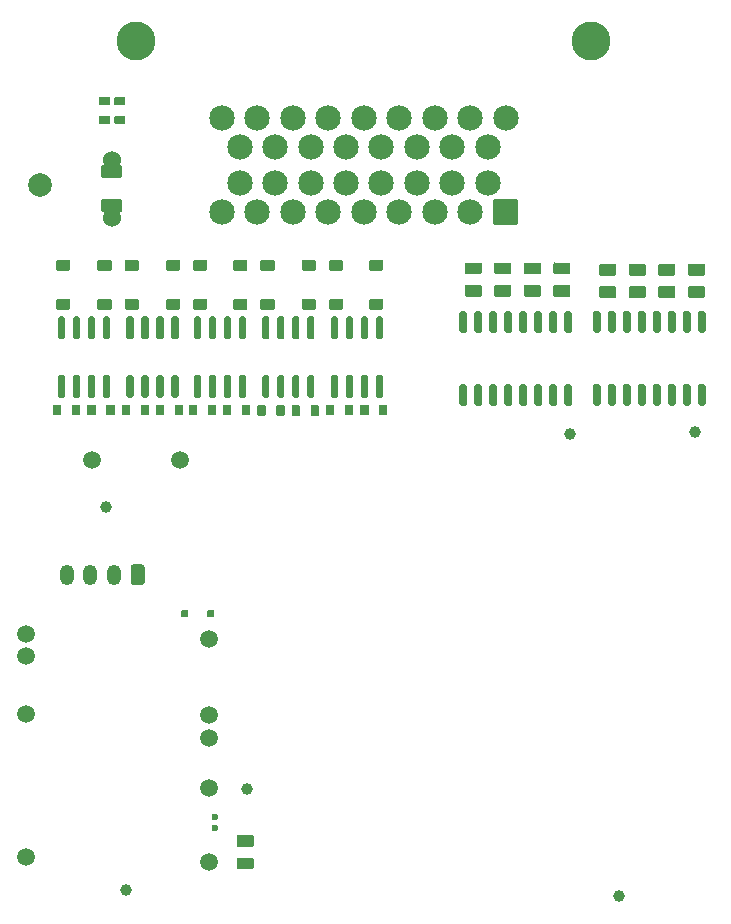
<source format=gts>
G04 #@! TF.GenerationSoftware,KiCad,Pcbnew,8.0.4-8.0.4-0~ubuntu22.04.1*
G04 #@! TF.CreationDate,2024-07-19T04:30:51+00:00*
G04 #@! TF.ProjectId,PRODashController,50524f44-6173-4684-936f-6e74726f6c6c,rev?*
G04 #@! TF.SameCoordinates,Original*
G04 #@! TF.FileFunction,Soldermask,Top*
G04 #@! TF.FilePolarity,Negative*
%FSLAX46Y46*%
G04 Gerber Fmt 4.6, Leading zero omitted, Abs format (unit mm)*
G04 Created by KiCad (PCBNEW 8.0.4-8.0.4-0~ubuntu22.04.1) date 2024-07-19 04:30:51*
%MOMM*%
%LPD*%
G01*
G04 APERTURE LIST*
%ADD10O,1.200000X1.750000*%
%ADD11C,1.000000*%
%ADD12C,3.300000*%
%ADD13C,2.154000*%
%ADD14C,2.000000*%
%ADD15C,1.500000*%
%ADD16C,0.600000*%
%ADD17C,1.524000*%
G04 APERTURE END LIST*
G04 #@! TO.C,D7*
G36*
G01*
X28690000Y60450000D02*
X29710000Y60450000D01*
G75*
G02*
X29800000Y60360000I0J-90000D01*
G01*
X29800000Y59640000D01*
G75*
G02*
X29710000Y59550000I-90000J0D01*
G01*
X28690000Y59550000D01*
G75*
G02*
X28600000Y59640000I0J90000D01*
G01*
X28600000Y60360000D01*
G75*
G02*
X28690000Y60450000I90000J0D01*
G01*
G37*
G36*
G01*
X28690000Y57150000D02*
X29710000Y57150000D01*
G75*
G02*
X29800000Y57060000I0J-90000D01*
G01*
X29800000Y56340000D01*
G75*
G02*
X29710000Y56250000I-90000J0D01*
G01*
X28690000Y56250000D01*
G75*
G02*
X28600000Y56340000I0J90000D01*
G01*
X28600000Y57060000D01*
G75*
G02*
X28690000Y57150000I90000J0D01*
G01*
G37*
G04 #@! TD*
G04 #@! TO.C,U4*
G36*
G01*
X29210000Y48775000D02*
X28910000Y48775000D01*
G75*
G02*
X28760000Y48925000I0J150000D01*
G01*
X28760000Y50575000D01*
G75*
G02*
X28910000Y50725000I150000J0D01*
G01*
X29210000Y50725000D01*
G75*
G02*
X29360000Y50575000I0J-150000D01*
G01*
X29360000Y48925000D01*
G75*
G02*
X29210000Y48775000I-150000J0D01*
G01*
G37*
G36*
G01*
X30480000Y48775000D02*
X30180000Y48775000D01*
G75*
G02*
X30030000Y48925000I0J150000D01*
G01*
X30030000Y50575000D01*
G75*
G02*
X30180000Y50725000I150000J0D01*
G01*
X30480000Y50725000D01*
G75*
G02*
X30630000Y50575000I0J-150000D01*
G01*
X30630000Y48925000D01*
G75*
G02*
X30480000Y48775000I-150000J0D01*
G01*
G37*
G36*
G01*
X31750000Y48775000D02*
X31450000Y48775000D01*
G75*
G02*
X31300000Y48925000I0J150000D01*
G01*
X31300000Y50575000D01*
G75*
G02*
X31450000Y50725000I150000J0D01*
G01*
X31750000Y50725000D01*
G75*
G02*
X31900000Y50575000I0J-150000D01*
G01*
X31900000Y48925000D01*
G75*
G02*
X31750000Y48775000I-150000J0D01*
G01*
G37*
G36*
G01*
X33020000Y48775000D02*
X32720000Y48775000D01*
G75*
G02*
X32570000Y48925000I0J150000D01*
G01*
X32570000Y50575000D01*
G75*
G02*
X32720000Y50725000I150000J0D01*
G01*
X33020000Y50725000D01*
G75*
G02*
X33170000Y50575000I0J-150000D01*
G01*
X33170000Y48925000D01*
G75*
G02*
X33020000Y48775000I-150000J0D01*
G01*
G37*
G36*
G01*
X33020000Y53725000D02*
X32720000Y53725000D01*
G75*
G02*
X32570000Y53875000I0J150000D01*
G01*
X32570000Y55525000D01*
G75*
G02*
X32720000Y55675000I150000J0D01*
G01*
X33020000Y55675000D01*
G75*
G02*
X33170000Y55525000I0J-150000D01*
G01*
X33170000Y53875000D01*
G75*
G02*
X33020000Y53725000I-150000J0D01*
G01*
G37*
G36*
G01*
X31750000Y53725000D02*
X31450000Y53725000D01*
G75*
G02*
X31300000Y53875000I0J150000D01*
G01*
X31300000Y55525000D01*
G75*
G02*
X31450000Y55675000I150000J0D01*
G01*
X31750000Y55675000D01*
G75*
G02*
X31900000Y55525000I0J-150000D01*
G01*
X31900000Y53875000D01*
G75*
G02*
X31750000Y53725000I-150000J0D01*
G01*
G37*
G36*
G01*
X30480000Y53725000D02*
X30180000Y53725000D01*
G75*
G02*
X30030000Y53875000I0J150000D01*
G01*
X30030000Y55525000D01*
G75*
G02*
X30180000Y55675000I150000J0D01*
G01*
X30480000Y55675000D01*
G75*
G02*
X30630000Y55525000I0J-150000D01*
G01*
X30630000Y53875000D01*
G75*
G02*
X30480000Y53725000I-150000J0D01*
G01*
G37*
G36*
G01*
X29210000Y53725000D02*
X28910000Y53725000D01*
G75*
G02*
X28760000Y53875000I0J150000D01*
G01*
X28760000Y55525000D01*
G75*
G02*
X28910000Y55675000I150000J0D01*
G01*
X29210000Y55675000D01*
G75*
G02*
X29360000Y55525000I0J-150000D01*
G01*
X29360000Y53875000D01*
G75*
G02*
X29210000Y53725000I-150000J0D01*
G01*
G37*
G04 #@! TD*
G04 #@! TO.C,J2*
G36*
G01*
X13000000Y34425000D02*
X13000000Y33175000D01*
G75*
G02*
X12750000Y32925000I-250000J0D01*
G01*
X12050000Y32925000D01*
G75*
G02*
X11800000Y33175000I0J250000D01*
G01*
X11800000Y34425000D01*
G75*
G02*
X12050000Y34675000I250000J0D01*
G01*
X12750000Y34675000D01*
G75*
G02*
X13000000Y34425000I0J-250000D01*
G01*
G37*
D10*
X10400000Y33800000D03*
X8400000Y33800000D03*
X6400000Y33800000D03*
G04 #@! TD*
D11*
G04 #@! TO.C,TP4*
X11400000Y7100000D03*
G04 #@! TD*
G04 #@! TO.C,R21*
G36*
G01*
X52835000Y57230020D02*
X51585000Y57230020D01*
G75*
G02*
X51485000Y57330020I0J100000D01*
G01*
X51485000Y58130020D01*
G75*
G02*
X51585000Y58230020I100000J0D01*
G01*
X52835000Y58230020D01*
G75*
G02*
X52935000Y58130020I0J-100000D01*
G01*
X52935000Y57330020D01*
G75*
G02*
X52835000Y57230020I-100000J0D01*
G01*
G37*
G36*
G01*
X52835000Y59130042D02*
X51585000Y59130042D01*
G75*
G02*
X51485000Y59230042I0J100000D01*
G01*
X51485000Y60030042D01*
G75*
G02*
X51585000Y60130042I100000J0D01*
G01*
X52835000Y60130042D01*
G75*
G02*
X52935000Y60030042I0J-100000D01*
G01*
X52935000Y59230042D01*
G75*
G02*
X52835000Y59130042I-100000J0D01*
G01*
G37*
G04 #@! TD*
G04 #@! TO.C,D10*
G36*
G01*
X9090000Y60450000D02*
X10110000Y60450000D01*
G75*
G02*
X10200000Y60360000I0J-90000D01*
G01*
X10200000Y59640000D01*
G75*
G02*
X10110000Y59550000I-90000J0D01*
G01*
X9090000Y59550000D01*
G75*
G02*
X9000000Y59640000I0J90000D01*
G01*
X9000000Y60360000D01*
G75*
G02*
X9090000Y60450000I90000J0D01*
G01*
G37*
G36*
G01*
X9090000Y57150000D02*
X10110000Y57150000D01*
G75*
G02*
X10200000Y57060000I0J-90000D01*
G01*
X10200000Y56340000D01*
G75*
G02*
X10110000Y56250000I-90000J0D01*
G01*
X9090000Y56250000D01*
G75*
G02*
X9000000Y56340000I0J90000D01*
G01*
X9000000Y57060000D01*
G75*
G02*
X9090000Y57150000I90000J0D01*
G01*
G37*
G04 #@! TD*
D12*
G04 #@! TO.C,J1*
X50800000Y79000000D03*
X12300000Y79000000D03*
G36*
G01*
X44627000Y65475000D02*
X44627000Y63525000D01*
G75*
G02*
X44525000Y63423000I-102000J0D01*
G01*
X42575000Y63423000D01*
G75*
G02*
X42473000Y63525000I0J102000D01*
G01*
X42473000Y65475000D01*
G75*
G02*
X42575000Y65577000I102000J0D01*
G01*
X44525000Y65577000D01*
G75*
G02*
X44627000Y65475000I0J-102000D01*
G01*
G37*
D13*
X40550000Y64500000D03*
X37550000Y64500000D03*
X34550000Y64500000D03*
X31550000Y64500000D03*
X28550000Y64500000D03*
X25550000Y64500000D03*
X22550000Y64500000D03*
X19550000Y64500000D03*
X42050000Y67000000D03*
X39050000Y67000000D03*
X36050000Y67000000D03*
X33050000Y67000000D03*
X30050000Y67000000D03*
X27050000Y67000000D03*
X24050000Y67000000D03*
X21050000Y67000000D03*
X42050000Y70000000D03*
X39050000Y70000000D03*
X36050000Y70000000D03*
X33050000Y70000000D03*
X30050000Y70000000D03*
X27050000Y70000000D03*
X24050000Y70000000D03*
X21050000Y70000000D03*
X43550000Y72500000D03*
X40550000Y72500000D03*
X37550000Y72500000D03*
X34550000Y72500000D03*
X31550000Y72500000D03*
X28550000Y72500000D03*
X25550000Y72500000D03*
X22550000Y72500000D03*
X19550000Y72500000D03*
G04 #@! TD*
G04 #@! TO.C,R1*
G36*
G01*
X11050000Y47360000D02*
X11050000Y48140000D01*
G75*
G02*
X11120000Y48210000I70000J0D01*
G01*
X11680000Y48210000D01*
G75*
G02*
X11750000Y48140000I0J-70000D01*
G01*
X11750000Y47360000D01*
G75*
G02*
X11680000Y47290000I-70000J0D01*
G01*
X11120000Y47290000D01*
G75*
G02*
X11050000Y47360000I0J70000D01*
G01*
G37*
G36*
G01*
X12650000Y47360000D02*
X12650000Y48140000D01*
G75*
G02*
X12720000Y48210000I70000J0D01*
G01*
X13280000Y48210000D01*
G75*
G02*
X13350000Y48140000I0J-70000D01*
G01*
X13350000Y47360000D01*
G75*
G02*
X13280000Y47290000I-70000J0D01*
G01*
X12720000Y47290000D01*
G75*
G02*
X12650000Y47360000I0J70000D01*
G01*
G37*
G04 #@! TD*
G04 #@! TO.C,R16*
G36*
G01*
X43942928Y57342499D02*
X42692928Y57342499D01*
G75*
G02*
X42592928Y57442499I0J100000D01*
G01*
X42592928Y58242499D01*
G75*
G02*
X42692928Y58342499I100000J0D01*
G01*
X43942928Y58342499D01*
G75*
G02*
X44042928Y58242499I0J-100000D01*
G01*
X44042928Y57442499D01*
G75*
G02*
X43942928Y57342499I-100000J0D01*
G01*
G37*
G36*
G01*
X43942928Y59242521D02*
X42692928Y59242521D01*
G75*
G02*
X42592928Y59342521I0J100000D01*
G01*
X42592928Y60142521D01*
G75*
G02*
X42692928Y60242521I100000J0D01*
G01*
X43942928Y60242521D01*
G75*
G02*
X44042928Y60142521I0J-100000D01*
G01*
X44042928Y59342521D01*
G75*
G02*
X43942928Y59242521I-100000J0D01*
G01*
G37*
G04 #@! TD*
D11*
G04 #@! TO.C,TP11*
X49000000Y45700000D03*
G04 #@! TD*
D14*
G04 #@! TO.C,TP3*
X4100000Y66800000D03*
G04 #@! TD*
G04 #@! TO.C,R11*
G36*
G01*
X9210000Y74250000D02*
X9990000Y74250000D01*
G75*
G02*
X10060000Y74180000I0J-70000D01*
G01*
X10060000Y73620000D01*
G75*
G02*
X9990000Y73550000I-70000J0D01*
G01*
X9210000Y73550000D01*
G75*
G02*
X9140000Y73620000I0J70000D01*
G01*
X9140000Y74180000D01*
G75*
G02*
X9210000Y74250000I70000J0D01*
G01*
G37*
G36*
G01*
X9210000Y72650000D02*
X9990000Y72650000D01*
G75*
G02*
X10060000Y72580000I0J-70000D01*
G01*
X10060000Y72020000D01*
G75*
G02*
X9990000Y71950000I-70000J0D01*
G01*
X9210000Y71950000D01*
G75*
G02*
X9140000Y72020000I0J70000D01*
G01*
X9140000Y72580000D01*
G75*
G02*
X9210000Y72650000I70000J0D01*
G01*
G37*
G04 #@! TD*
G04 #@! TO.C,U3*
G36*
G01*
X23410000Y48775000D02*
X23110000Y48775000D01*
G75*
G02*
X22960000Y48925000I0J150000D01*
G01*
X22960000Y50575000D01*
G75*
G02*
X23110000Y50725000I150000J0D01*
G01*
X23410000Y50725000D01*
G75*
G02*
X23560000Y50575000I0J-150000D01*
G01*
X23560000Y48925000D01*
G75*
G02*
X23410000Y48775000I-150000J0D01*
G01*
G37*
G36*
G01*
X24680000Y48775000D02*
X24380000Y48775000D01*
G75*
G02*
X24230000Y48925000I0J150000D01*
G01*
X24230000Y50575000D01*
G75*
G02*
X24380000Y50725000I150000J0D01*
G01*
X24680000Y50725000D01*
G75*
G02*
X24830000Y50575000I0J-150000D01*
G01*
X24830000Y48925000D01*
G75*
G02*
X24680000Y48775000I-150000J0D01*
G01*
G37*
G36*
G01*
X25950000Y48775000D02*
X25650000Y48775000D01*
G75*
G02*
X25500000Y48925000I0J150000D01*
G01*
X25500000Y50575000D01*
G75*
G02*
X25650000Y50725000I150000J0D01*
G01*
X25950000Y50725000D01*
G75*
G02*
X26100000Y50575000I0J-150000D01*
G01*
X26100000Y48925000D01*
G75*
G02*
X25950000Y48775000I-150000J0D01*
G01*
G37*
G36*
G01*
X27220000Y48775000D02*
X26920000Y48775000D01*
G75*
G02*
X26770000Y48925000I0J150000D01*
G01*
X26770000Y50575000D01*
G75*
G02*
X26920000Y50725000I150000J0D01*
G01*
X27220000Y50725000D01*
G75*
G02*
X27370000Y50575000I0J-150000D01*
G01*
X27370000Y48925000D01*
G75*
G02*
X27220000Y48775000I-150000J0D01*
G01*
G37*
G36*
G01*
X27220000Y53725000D02*
X26920000Y53725000D01*
G75*
G02*
X26770000Y53875000I0J150000D01*
G01*
X26770000Y55525000D01*
G75*
G02*
X26920000Y55675000I150000J0D01*
G01*
X27220000Y55675000D01*
G75*
G02*
X27370000Y55525000I0J-150000D01*
G01*
X27370000Y53875000D01*
G75*
G02*
X27220000Y53725000I-150000J0D01*
G01*
G37*
G36*
G01*
X25950000Y53725000D02*
X25650000Y53725000D01*
G75*
G02*
X25500000Y53875000I0J150000D01*
G01*
X25500000Y55525000D01*
G75*
G02*
X25650000Y55675000I150000J0D01*
G01*
X25950000Y55675000D01*
G75*
G02*
X26100000Y55525000I0J-150000D01*
G01*
X26100000Y53875000D01*
G75*
G02*
X25950000Y53725000I-150000J0D01*
G01*
G37*
G36*
G01*
X24680000Y53725000D02*
X24380000Y53725000D01*
G75*
G02*
X24230000Y53875000I0J150000D01*
G01*
X24230000Y55525000D01*
G75*
G02*
X24380000Y55675000I150000J0D01*
G01*
X24680000Y55675000D01*
G75*
G02*
X24830000Y55525000I0J-150000D01*
G01*
X24830000Y53875000D01*
G75*
G02*
X24680000Y53725000I-150000J0D01*
G01*
G37*
G36*
G01*
X23410000Y53725000D02*
X23110000Y53725000D01*
G75*
G02*
X22960000Y53875000I0J150000D01*
G01*
X22960000Y55525000D01*
G75*
G02*
X23110000Y55675000I150000J0D01*
G01*
X23410000Y55675000D01*
G75*
G02*
X23560000Y55525000I0J-150000D01*
G01*
X23560000Y53875000D01*
G75*
G02*
X23410000Y53725000I-150000J0D01*
G01*
G37*
G04 #@! TD*
G04 #@! TO.C,R12*
G36*
G01*
X11290000Y71950000D02*
X10510000Y71950000D01*
G75*
G02*
X10440000Y72020000I0J70000D01*
G01*
X10440000Y72580000D01*
G75*
G02*
X10510000Y72650000I70000J0D01*
G01*
X11290000Y72650000D01*
G75*
G02*
X11360000Y72580000I0J-70000D01*
G01*
X11360000Y72020000D01*
G75*
G02*
X11290000Y71950000I-70000J0D01*
G01*
G37*
G36*
G01*
X11290000Y73550000D02*
X10510000Y73550000D01*
G75*
G02*
X10440000Y73620000I0J70000D01*
G01*
X10440000Y74180000D01*
G75*
G02*
X10510000Y74250000I70000J0D01*
G01*
X11290000Y74250000D01*
G75*
G02*
X11360000Y74180000I0J-70000D01*
G01*
X11360000Y73620000D01*
G75*
G02*
X11290000Y73550000I-70000J0D01*
G01*
G37*
G04 #@! TD*
G04 #@! TO.C,U5*
G36*
G01*
X6110000Y48775000D02*
X5810000Y48775000D01*
G75*
G02*
X5660000Y48925000I0J150000D01*
G01*
X5660000Y50575000D01*
G75*
G02*
X5810000Y50725000I150000J0D01*
G01*
X6110000Y50725000D01*
G75*
G02*
X6260000Y50575000I0J-150000D01*
G01*
X6260000Y48925000D01*
G75*
G02*
X6110000Y48775000I-150000J0D01*
G01*
G37*
G36*
G01*
X7380000Y48775000D02*
X7080000Y48775000D01*
G75*
G02*
X6930000Y48925000I0J150000D01*
G01*
X6930000Y50575000D01*
G75*
G02*
X7080000Y50725000I150000J0D01*
G01*
X7380000Y50725000D01*
G75*
G02*
X7530000Y50575000I0J-150000D01*
G01*
X7530000Y48925000D01*
G75*
G02*
X7380000Y48775000I-150000J0D01*
G01*
G37*
G36*
G01*
X8650000Y48775000D02*
X8350000Y48775000D01*
G75*
G02*
X8200000Y48925000I0J150000D01*
G01*
X8200000Y50575000D01*
G75*
G02*
X8350000Y50725000I150000J0D01*
G01*
X8650000Y50725000D01*
G75*
G02*
X8800000Y50575000I0J-150000D01*
G01*
X8800000Y48925000D01*
G75*
G02*
X8650000Y48775000I-150000J0D01*
G01*
G37*
G36*
G01*
X9920000Y48775000D02*
X9620000Y48775000D01*
G75*
G02*
X9470000Y48925000I0J150000D01*
G01*
X9470000Y50575000D01*
G75*
G02*
X9620000Y50725000I150000J0D01*
G01*
X9920000Y50725000D01*
G75*
G02*
X10070000Y50575000I0J-150000D01*
G01*
X10070000Y48925000D01*
G75*
G02*
X9920000Y48775000I-150000J0D01*
G01*
G37*
G36*
G01*
X9920000Y53725000D02*
X9620000Y53725000D01*
G75*
G02*
X9470000Y53875000I0J150000D01*
G01*
X9470000Y55525000D01*
G75*
G02*
X9620000Y55675000I150000J0D01*
G01*
X9920000Y55675000D01*
G75*
G02*
X10070000Y55525000I0J-150000D01*
G01*
X10070000Y53875000D01*
G75*
G02*
X9920000Y53725000I-150000J0D01*
G01*
G37*
G36*
G01*
X8650000Y53725000D02*
X8350000Y53725000D01*
G75*
G02*
X8200000Y53875000I0J150000D01*
G01*
X8200000Y55525000D01*
G75*
G02*
X8350000Y55675000I150000J0D01*
G01*
X8650000Y55675000D01*
G75*
G02*
X8800000Y55525000I0J-150000D01*
G01*
X8800000Y53875000D01*
G75*
G02*
X8650000Y53725000I-150000J0D01*
G01*
G37*
G36*
G01*
X7380000Y53725000D02*
X7080000Y53725000D01*
G75*
G02*
X6930000Y53875000I0J150000D01*
G01*
X6930000Y55525000D01*
G75*
G02*
X7080000Y55675000I150000J0D01*
G01*
X7380000Y55675000D01*
G75*
G02*
X7530000Y55525000I0J-150000D01*
G01*
X7530000Y53875000D01*
G75*
G02*
X7380000Y53725000I-150000J0D01*
G01*
G37*
G36*
G01*
X6110000Y53725000D02*
X5810000Y53725000D01*
G75*
G02*
X5660000Y53875000I0J150000D01*
G01*
X5660000Y55525000D01*
G75*
G02*
X5810000Y55675000I150000J0D01*
G01*
X6110000Y55675000D01*
G75*
G02*
X6260000Y55525000I0J-150000D01*
G01*
X6260000Y53875000D01*
G75*
G02*
X6110000Y53725000I-150000J0D01*
G01*
G37*
G04 #@! TD*
G04 #@! TO.C,D1*
G36*
G01*
X11390000Y60450000D02*
X12410000Y60450000D01*
G75*
G02*
X12500000Y60360000I0J-90000D01*
G01*
X12500000Y59640000D01*
G75*
G02*
X12410000Y59550000I-90000J0D01*
G01*
X11390000Y59550000D01*
G75*
G02*
X11300000Y59640000I0J90000D01*
G01*
X11300000Y60360000D01*
G75*
G02*
X11390000Y60450000I90000J0D01*
G01*
G37*
G36*
G01*
X11390000Y57150000D02*
X12410000Y57150000D01*
G75*
G02*
X12500000Y57060000I0J-90000D01*
G01*
X12500000Y56340000D01*
G75*
G02*
X12410000Y56250000I-90000J0D01*
G01*
X11390000Y56250000D01*
G75*
G02*
X11300000Y56340000I0J90000D01*
G01*
X11300000Y57060000D01*
G75*
G02*
X11390000Y57150000I90000J0D01*
G01*
G37*
G04 #@! TD*
G04 #@! TO.C,R3*
G36*
G01*
X16750000Y47360000D02*
X16750000Y48140000D01*
G75*
G02*
X16820000Y48210000I70000J0D01*
G01*
X17380000Y48210000D01*
G75*
G02*
X17450000Y48140000I0J-70000D01*
G01*
X17450000Y47360000D01*
G75*
G02*
X17380000Y47290000I-70000J0D01*
G01*
X16820000Y47290000D01*
G75*
G02*
X16750000Y47360000I0J70000D01*
G01*
G37*
G36*
G01*
X18350000Y47360000D02*
X18350000Y48140000D01*
G75*
G02*
X18420000Y48210000I70000J0D01*
G01*
X18980000Y48210000D01*
G75*
G02*
X19050000Y48140000I0J-70000D01*
G01*
X19050000Y47360000D01*
G75*
G02*
X18980000Y47290000I-70000J0D01*
G01*
X18420000Y47290000D01*
G75*
G02*
X18350000Y47360000I0J70000D01*
G01*
G37*
G04 #@! TD*
G04 #@! TO.C,D6*
G36*
G01*
X26390000Y60450000D02*
X27410000Y60450000D01*
G75*
G02*
X27500000Y60360000I0J-90000D01*
G01*
X27500000Y59640000D01*
G75*
G02*
X27410000Y59550000I-90000J0D01*
G01*
X26390000Y59550000D01*
G75*
G02*
X26300000Y59640000I0J90000D01*
G01*
X26300000Y60360000D01*
G75*
G02*
X26390000Y60450000I90000J0D01*
G01*
G37*
G36*
G01*
X26390000Y57150000D02*
X27410000Y57150000D01*
G75*
G02*
X27500000Y57060000I0J-90000D01*
G01*
X27500000Y56340000D01*
G75*
G02*
X27410000Y56250000I-90000J0D01*
G01*
X26390000Y56250000D01*
G75*
G02*
X26300000Y56340000I0J90000D01*
G01*
X26300000Y57060000D01*
G75*
G02*
X26390000Y57150000I90000J0D01*
G01*
G37*
G04 #@! TD*
D15*
G04 #@! TO.C,M2*
X18474995Y28324999D03*
X18474995Y21925002D03*
X18474995Y20024999D03*
X18474995Y15724999D03*
D16*
X18924994Y13325002D03*
X18924994Y12325001D03*
D15*
X18474995Y9474999D03*
X2974998Y28775001D03*
X2974998Y26925002D03*
X2974998Y21974999D03*
X2974998Y9925001D03*
G04 #@! TD*
G04 #@! TO.C,R9*
G36*
G01*
X5250000Y47360000D02*
X5250000Y48140000D01*
G75*
G02*
X5320000Y48210000I70000J0D01*
G01*
X5880000Y48210000D01*
G75*
G02*
X5950000Y48140000I0J-70000D01*
G01*
X5950000Y47360000D01*
G75*
G02*
X5880000Y47290000I-70000J0D01*
G01*
X5320000Y47290000D01*
G75*
G02*
X5250000Y47360000I0J70000D01*
G01*
G37*
G36*
G01*
X6850000Y47360000D02*
X6850000Y48140000D01*
G75*
G02*
X6920000Y48210000I70000J0D01*
G01*
X7480000Y48210000D01*
G75*
G02*
X7550000Y48140000I0J-70000D01*
G01*
X7550000Y47360000D01*
G75*
G02*
X7480000Y47290000I-70000J0D01*
G01*
X6920000Y47290000D01*
G75*
G02*
X6850000Y47360000I0J70000D01*
G01*
G37*
G04 #@! TD*
D11*
G04 #@! TO.C,TP2*
X21700000Y15700000D03*
G04 #@! TD*
G04 #@! TO.C,TP7*
X53200000Y6600000D03*
G04 #@! TD*
G04 #@! TO.C,R15*
G36*
G01*
X46445856Y57342499D02*
X45195856Y57342499D01*
G75*
G02*
X45095856Y57442499I0J100000D01*
G01*
X45095856Y58242499D01*
G75*
G02*
X45195856Y58342499I100000J0D01*
G01*
X46445856Y58342499D01*
G75*
G02*
X46545856Y58242499I0J-100000D01*
G01*
X46545856Y57442499D01*
G75*
G02*
X46445856Y57342499I-100000J0D01*
G01*
G37*
G36*
G01*
X46445856Y59242521D02*
X45195856Y59242521D01*
G75*
G02*
X45095856Y59342521I0J100000D01*
G01*
X45095856Y60142521D01*
G75*
G02*
X45195856Y60242521I100000J0D01*
G01*
X46445856Y60242521D01*
G75*
G02*
X46545856Y60142521I0J-100000D01*
G01*
X46545856Y59342521D01*
G75*
G02*
X46445856Y59242521I-100000J0D01*
G01*
G37*
G04 #@! TD*
G04 #@! TO.C,R20*
G36*
G01*
X55337928Y57230020D02*
X54087928Y57230020D01*
G75*
G02*
X53987928Y57330020I0J100000D01*
G01*
X53987928Y58130020D01*
G75*
G02*
X54087928Y58230020I100000J0D01*
G01*
X55337928Y58230020D01*
G75*
G02*
X55437928Y58130020I0J-100000D01*
G01*
X55437928Y57330020D01*
G75*
G02*
X55337928Y57230020I-100000J0D01*
G01*
G37*
G36*
G01*
X55337928Y59130042D02*
X54087928Y59130042D01*
G75*
G02*
X53987928Y59230042I0J100000D01*
G01*
X53987928Y60030042D01*
G75*
G02*
X54087928Y60130042I100000J0D01*
G01*
X55337928Y60130042D01*
G75*
G02*
X55437928Y60030042I0J-100000D01*
G01*
X55437928Y59230042D01*
G75*
G02*
X55337928Y59130042I-100000J0D01*
G01*
G37*
G04 #@! TD*
G04 #@! TO.C,U1*
G36*
G01*
X11910000Y48775000D02*
X11610000Y48775000D01*
G75*
G02*
X11460000Y48925000I0J150000D01*
G01*
X11460000Y50575000D01*
G75*
G02*
X11610000Y50725000I150000J0D01*
G01*
X11910000Y50725000D01*
G75*
G02*
X12060000Y50575000I0J-150000D01*
G01*
X12060000Y48925000D01*
G75*
G02*
X11910000Y48775000I-150000J0D01*
G01*
G37*
G36*
G01*
X13180000Y48775000D02*
X12880000Y48775000D01*
G75*
G02*
X12730000Y48925000I0J150000D01*
G01*
X12730000Y50575000D01*
G75*
G02*
X12880000Y50725000I150000J0D01*
G01*
X13180000Y50725000D01*
G75*
G02*
X13330000Y50575000I0J-150000D01*
G01*
X13330000Y48925000D01*
G75*
G02*
X13180000Y48775000I-150000J0D01*
G01*
G37*
G36*
G01*
X14450000Y48775000D02*
X14150000Y48775000D01*
G75*
G02*
X14000000Y48925000I0J150000D01*
G01*
X14000000Y50575000D01*
G75*
G02*
X14150000Y50725000I150000J0D01*
G01*
X14450000Y50725000D01*
G75*
G02*
X14600000Y50575000I0J-150000D01*
G01*
X14600000Y48925000D01*
G75*
G02*
X14450000Y48775000I-150000J0D01*
G01*
G37*
G36*
G01*
X15720000Y48775000D02*
X15420000Y48775000D01*
G75*
G02*
X15270000Y48925000I0J150000D01*
G01*
X15270000Y50575000D01*
G75*
G02*
X15420000Y50725000I150000J0D01*
G01*
X15720000Y50725000D01*
G75*
G02*
X15870000Y50575000I0J-150000D01*
G01*
X15870000Y48925000D01*
G75*
G02*
X15720000Y48775000I-150000J0D01*
G01*
G37*
G36*
G01*
X15720000Y53725000D02*
X15420000Y53725000D01*
G75*
G02*
X15270000Y53875000I0J150000D01*
G01*
X15270000Y55525000D01*
G75*
G02*
X15420000Y55675000I150000J0D01*
G01*
X15720000Y55675000D01*
G75*
G02*
X15870000Y55525000I0J-150000D01*
G01*
X15870000Y53875000D01*
G75*
G02*
X15720000Y53725000I-150000J0D01*
G01*
G37*
G36*
G01*
X14450000Y53725000D02*
X14150000Y53725000D01*
G75*
G02*
X14000000Y53875000I0J150000D01*
G01*
X14000000Y55525000D01*
G75*
G02*
X14150000Y55675000I150000J0D01*
G01*
X14450000Y55675000D01*
G75*
G02*
X14600000Y55525000I0J-150000D01*
G01*
X14600000Y53875000D01*
G75*
G02*
X14450000Y53725000I-150000J0D01*
G01*
G37*
G36*
G01*
X13180000Y53725000D02*
X12880000Y53725000D01*
G75*
G02*
X12730000Y53875000I0J150000D01*
G01*
X12730000Y55525000D01*
G75*
G02*
X12880000Y55675000I150000J0D01*
G01*
X13180000Y55675000D01*
G75*
G02*
X13330000Y55525000I0J-150000D01*
G01*
X13330000Y53875000D01*
G75*
G02*
X13180000Y53725000I-150000J0D01*
G01*
G37*
G36*
G01*
X11910000Y53725000D02*
X11610000Y53725000D01*
G75*
G02*
X11460000Y53875000I0J150000D01*
G01*
X11460000Y55525000D01*
G75*
G02*
X11610000Y55675000I150000J0D01*
G01*
X11910000Y55675000D01*
G75*
G02*
X12060000Y55525000I0J-150000D01*
G01*
X12060000Y53875000D01*
G75*
G02*
X11910000Y53725000I-150000J0D01*
G01*
G37*
G04 #@! TD*
G04 #@! TO.C,TP1*
X9700000Y39500000D03*
G04 #@! TD*
G04 #@! TO.C,R13*
G36*
G01*
X20875000Y11750001D02*
X22125000Y11750001D01*
G75*
G02*
X22225000Y11650001I0J-100000D01*
G01*
X22225000Y10850001D01*
G75*
G02*
X22125000Y10750001I-100000J0D01*
G01*
X20875000Y10750001D01*
G75*
G02*
X20775000Y10850001I0J100000D01*
G01*
X20775000Y11650001D01*
G75*
G02*
X20875000Y11750001I100000J0D01*
G01*
G37*
G36*
G01*
X20875000Y9849979D02*
X22125000Y9849979D01*
G75*
G02*
X22225000Y9749979I0J-100000D01*
G01*
X22225000Y8949979D01*
G75*
G02*
X22125000Y8849979I-100000J0D01*
G01*
X20875000Y8849979D01*
G75*
G02*
X20775000Y8949979I0J100000D01*
G01*
X20775000Y9749979D01*
G75*
G02*
X20875000Y9849979I100000J0D01*
G01*
G37*
G04 #@! TD*
G04 #@! TO.C,D8*
G36*
G01*
X32090000Y60450000D02*
X33110000Y60450000D01*
G75*
G02*
X33200000Y60360000I0J-90000D01*
G01*
X33200000Y59640000D01*
G75*
G02*
X33110000Y59550000I-90000J0D01*
G01*
X32090000Y59550000D01*
G75*
G02*
X32000000Y59640000I0J90000D01*
G01*
X32000000Y60360000D01*
G75*
G02*
X32090000Y60450000I90000J0D01*
G01*
G37*
G36*
G01*
X32090000Y57150000D02*
X33110000Y57150000D01*
G75*
G02*
X33200000Y57060000I0J-90000D01*
G01*
X33200000Y56340000D01*
G75*
G02*
X33110000Y56250000I-90000J0D01*
G01*
X32090000Y56250000D01*
G75*
G02*
X32000000Y56340000I0J90000D01*
G01*
X32000000Y57060000D01*
G75*
G02*
X32090000Y57150000I90000J0D01*
G01*
G37*
G04 #@! TD*
G04 #@! TO.C,D5*
G36*
G01*
X22890000Y60450000D02*
X23910000Y60450000D01*
G75*
G02*
X24000000Y60360000I0J-90000D01*
G01*
X24000000Y59640000D01*
G75*
G02*
X23910000Y59550000I-90000J0D01*
G01*
X22890000Y59550000D01*
G75*
G02*
X22800000Y59640000I0J90000D01*
G01*
X22800000Y60360000D01*
G75*
G02*
X22890000Y60450000I90000J0D01*
G01*
G37*
G36*
G01*
X22890000Y57150000D02*
X23910000Y57150000D01*
G75*
G02*
X24000000Y57060000I0J-90000D01*
G01*
X24000000Y56340000D01*
G75*
G02*
X23910000Y56250000I-90000J0D01*
G01*
X22890000Y56250000D01*
G75*
G02*
X22800000Y56340000I0J90000D01*
G01*
X22800000Y57060000D01*
G75*
G02*
X22890000Y57150000I90000J0D01*
G01*
G37*
G04 #@! TD*
G04 #@! TO.C,D4*
G36*
G01*
X20590000Y60450000D02*
X21610000Y60450000D01*
G75*
G02*
X21700000Y60360000I0J-90000D01*
G01*
X21700000Y59640000D01*
G75*
G02*
X21610000Y59550000I-90000J0D01*
G01*
X20590000Y59550000D01*
G75*
G02*
X20500000Y59640000I0J90000D01*
G01*
X20500000Y60360000D01*
G75*
G02*
X20590000Y60450000I90000J0D01*
G01*
G37*
G36*
G01*
X20590000Y57150000D02*
X21610000Y57150000D01*
G75*
G02*
X21700000Y57060000I0J-90000D01*
G01*
X21700000Y56340000D01*
G75*
G02*
X21610000Y56250000I-90000J0D01*
G01*
X20590000Y56250000D01*
G75*
G02*
X20500000Y56340000I0J90000D01*
G01*
X20500000Y57060000D01*
G75*
G02*
X20590000Y57150000I90000J0D01*
G01*
G37*
G04 #@! TD*
G04 #@! TO.C,U6*
G36*
G01*
X48697500Y56105000D02*
X49022500Y56105000D01*
G75*
G02*
X49185000Y55942500I0J-162500D01*
G01*
X49185000Y54442500D01*
G75*
G02*
X49022500Y54280000I-162500J0D01*
G01*
X48697500Y54280000D01*
G75*
G02*
X48535000Y54442500I0J162500D01*
G01*
X48535000Y55942500D01*
G75*
G02*
X48697500Y56105000I162500J0D01*
G01*
G37*
G36*
G01*
X47427500Y56105000D02*
X47752500Y56105000D01*
G75*
G02*
X47915000Y55942500I0J-162500D01*
G01*
X47915000Y54442500D01*
G75*
G02*
X47752500Y54280000I-162500J0D01*
G01*
X47427500Y54280000D01*
G75*
G02*
X47265000Y54442500I0J162500D01*
G01*
X47265000Y55942500D01*
G75*
G02*
X47427500Y56105000I162500J0D01*
G01*
G37*
G36*
G01*
X46157500Y56105000D02*
X46482500Y56105000D01*
G75*
G02*
X46645000Y55942500I0J-162500D01*
G01*
X46645000Y54442500D01*
G75*
G02*
X46482500Y54280000I-162500J0D01*
G01*
X46157500Y54280000D01*
G75*
G02*
X45995000Y54442500I0J162500D01*
G01*
X45995000Y55942500D01*
G75*
G02*
X46157500Y56105000I162500J0D01*
G01*
G37*
G36*
G01*
X44887500Y56105000D02*
X45212500Y56105000D01*
G75*
G02*
X45375000Y55942500I0J-162500D01*
G01*
X45375000Y54442500D01*
G75*
G02*
X45212500Y54280000I-162500J0D01*
G01*
X44887500Y54280000D01*
G75*
G02*
X44725000Y54442500I0J162500D01*
G01*
X44725000Y55942500D01*
G75*
G02*
X44887500Y56105000I162500J0D01*
G01*
G37*
G36*
G01*
X43617500Y56105000D02*
X43942500Y56105000D01*
G75*
G02*
X44105000Y55942500I0J-162500D01*
G01*
X44105000Y54442500D01*
G75*
G02*
X43942500Y54280000I-162500J0D01*
G01*
X43617500Y54280000D01*
G75*
G02*
X43455000Y54442500I0J162500D01*
G01*
X43455000Y55942500D01*
G75*
G02*
X43617500Y56105000I162500J0D01*
G01*
G37*
G36*
G01*
X42347500Y56105000D02*
X42672500Y56105000D01*
G75*
G02*
X42835000Y55942500I0J-162500D01*
G01*
X42835000Y54442500D01*
G75*
G02*
X42672500Y54280000I-162500J0D01*
G01*
X42347500Y54280000D01*
G75*
G02*
X42185000Y54442500I0J162500D01*
G01*
X42185000Y55942500D01*
G75*
G02*
X42347500Y56105000I162500J0D01*
G01*
G37*
G36*
G01*
X41077500Y56105000D02*
X41402500Y56105000D01*
G75*
G02*
X41565000Y55942500I0J-162500D01*
G01*
X41565000Y54442500D01*
G75*
G02*
X41402500Y54280000I-162500J0D01*
G01*
X41077500Y54280000D01*
G75*
G02*
X40915000Y54442500I0J162500D01*
G01*
X40915000Y55942500D01*
G75*
G02*
X41077500Y56105000I162500J0D01*
G01*
G37*
G36*
G01*
X39807500Y56105000D02*
X40132500Y56105000D01*
G75*
G02*
X40295000Y55942500I0J-162500D01*
G01*
X40295000Y54442500D01*
G75*
G02*
X40132500Y54280000I-162500J0D01*
G01*
X39807500Y54280000D01*
G75*
G02*
X39645000Y54442500I0J162500D01*
G01*
X39645000Y55942500D01*
G75*
G02*
X39807500Y56105000I162500J0D01*
G01*
G37*
G36*
G01*
X39807500Y49930000D02*
X40132500Y49930000D01*
G75*
G02*
X40295000Y49767500I0J-162500D01*
G01*
X40295000Y48267500D01*
G75*
G02*
X40132500Y48105000I-162500J0D01*
G01*
X39807500Y48105000D01*
G75*
G02*
X39645000Y48267500I0J162500D01*
G01*
X39645000Y49767500D01*
G75*
G02*
X39807500Y49930000I162500J0D01*
G01*
G37*
G36*
G01*
X41077500Y49930000D02*
X41402500Y49930000D01*
G75*
G02*
X41565000Y49767500I0J-162500D01*
G01*
X41565000Y48267500D01*
G75*
G02*
X41402500Y48105000I-162500J0D01*
G01*
X41077500Y48105000D01*
G75*
G02*
X40915000Y48267500I0J162500D01*
G01*
X40915000Y49767500D01*
G75*
G02*
X41077500Y49930000I162500J0D01*
G01*
G37*
G36*
G01*
X42347500Y49930000D02*
X42672500Y49930000D01*
G75*
G02*
X42835000Y49767500I0J-162500D01*
G01*
X42835000Y48267500D01*
G75*
G02*
X42672500Y48105000I-162500J0D01*
G01*
X42347500Y48105000D01*
G75*
G02*
X42185000Y48267500I0J162500D01*
G01*
X42185000Y49767500D01*
G75*
G02*
X42347500Y49930000I162500J0D01*
G01*
G37*
G36*
G01*
X43617500Y49930000D02*
X43942500Y49930000D01*
G75*
G02*
X44105000Y49767500I0J-162500D01*
G01*
X44105000Y48267500D01*
G75*
G02*
X43942500Y48105000I-162500J0D01*
G01*
X43617500Y48105000D01*
G75*
G02*
X43455000Y48267500I0J162500D01*
G01*
X43455000Y49767500D01*
G75*
G02*
X43617500Y49930000I162500J0D01*
G01*
G37*
G36*
G01*
X44887500Y49930000D02*
X45212500Y49930000D01*
G75*
G02*
X45375000Y49767500I0J-162500D01*
G01*
X45375000Y48267500D01*
G75*
G02*
X45212500Y48105000I-162500J0D01*
G01*
X44887500Y48105000D01*
G75*
G02*
X44725000Y48267500I0J162500D01*
G01*
X44725000Y49767500D01*
G75*
G02*
X44887500Y49930000I162500J0D01*
G01*
G37*
G36*
G01*
X46157500Y49930000D02*
X46482500Y49930000D01*
G75*
G02*
X46645000Y49767500I0J-162500D01*
G01*
X46645000Y48267500D01*
G75*
G02*
X46482500Y48105000I-162500J0D01*
G01*
X46157500Y48105000D01*
G75*
G02*
X45995000Y48267500I0J162500D01*
G01*
X45995000Y49767500D01*
G75*
G02*
X46157500Y49930000I162500J0D01*
G01*
G37*
G36*
G01*
X47427500Y49930000D02*
X47752500Y49930000D01*
G75*
G02*
X47915000Y49767500I0J-162500D01*
G01*
X47915000Y48267500D01*
G75*
G02*
X47752500Y48105000I-162500J0D01*
G01*
X47427500Y48105000D01*
G75*
G02*
X47265000Y48267500I0J162500D01*
G01*
X47265000Y49767500D01*
G75*
G02*
X47427500Y49930000I162500J0D01*
G01*
G37*
G36*
G01*
X48697500Y49930000D02*
X49022500Y49930000D01*
G75*
G02*
X49185000Y49767500I0J-162500D01*
G01*
X49185000Y48267500D01*
G75*
G02*
X49022500Y48105000I-162500J0D01*
G01*
X48697500Y48105000D01*
G75*
G02*
X48535000Y48267500I0J162500D01*
G01*
X48535000Y49767500D01*
G75*
G02*
X48697500Y49930000I162500J0D01*
G01*
G37*
G04 #@! TD*
G04 #@! TO.C,R19*
G36*
G01*
X57840856Y57230020D02*
X56590856Y57230020D01*
G75*
G02*
X56490856Y57330020I0J100000D01*
G01*
X56490856Y58130020D01*
G75*
G02*
X56590856Y58230020I100000J0D01*
G01*
X57840856Y58230020D01*
G75*
G02*
X57940856Y58130020I0J-100000D01*
G01*
X57940856Y57330020D01*
G75*
G02*
X57840856Y57230020I-100000J0D01*
G01*
G37*
G36*
G01*
X57840856Y59130042D02*
X56590856Y59130042D01*
G75*
G02*
X56490856Y59230042I0J100000D01*
G01*
X56490856Y60030042D01*
G75*
G02*
X56590856Y60130042I100000J0D01*
G01*
X57840856Y60130042D01*
G75*
G02*
X57940856Y60030042I0J-100000D01*
G01*
X57940856Y59230042D01*
G75*
G02*
X57840856Y59130042I-100000J0D01*
G01*
G37*
G04 #@! TD*
G04 #@! TO.C,R14*
G36*
G01*
X48948784Y57342499D02*
X47698784Y57342499D01*
G75*
G02*
X47598784Y57442499I0J100000D01*
G01*
X47598784Y58242499D01*
G75*
G02*
X47698784Y58342499I100000J0D01*
G01*
X48948784Y58342499D01*
G75*
G02*
X49048784Y58242499I0J-100000D01*
G01*
X49048784Y57442499D01*
G75*
G02*
X48948784Y57342499I-100000J0D01*
G01*
G37*
G36*
G01*
X48948784Y59242521D02*
X47698784Y59242521D01*
G75*
G02*
X47598784Y59342521I0J100000D01*
G01*
X47598784Y60142521D01*
G75*
G02*
X47698784Y60242521I100000J0D01*
G01*
X48948784Y60242521D01*
G75*
G02*
X49048784Y60142521I0J-100000D01*
G01*
X49048784Y59342521D01*
G75*
G02*
X48948784Y59242521I-100000J0D01*
G01*
G37*
G04 #@! TD*
G04 #@! TO.C,R10*
G36*
G01*
X10450000Y48140000D02*
X10450000Y47360000D01*
G75*
G02*
X10380000Y47290000I-70000J0D01*
G01*
X9820000Y47290000D01*
G75*
G02*
X9750000Y47360000I0J70000D01*
G01*
X9750000Y48140000D01*
G75*
G02*
X9820000Y48210000I70000J0D01*
G01*
X10380000Y48210000D01*
G75*
G02*
X10450000Y48140000I0J-70000D01*
G01*
G37*
G36*
G01*
X8850000Y48140000D02*
X8850000Y47360000D01*
G75*
G02*
X8780000Y47290000I-70000J0D01*
G01*
X8220000Y47290000D01*
G75*
G02*
X8150000Y47360000I0J70000D01*
G01*
X8150000Y48140000D01*
G75*
G02*
X8220000Y48210000I70000J0D01*
G01*
X8780000Y48210000D01*
G75*
G02*
X8850000Y48140000I0J-70000D01*
G01*
G37*
G04 #@! TD*
G04 #@! TO.C,U2*
G36*
G01*
X17610000Y48775000D02*
X17310000Y48775000D01*
G75*
G02*
X17160000Y48925000I0J150000D01*
G01*
X17160000Y50575000D01*
G75*
G02*
X17310000Y50725000I150000J0D01*
G01*
X17610000Y50725000D01*
G75*
G02*
X17760000Y50575000I0J-150000D01*
G01*
X17760000Y48925000D01*
G75*
G02*
X17610000Y48775000I-150000J0D01*
G01*
G37*
G36*
G01*
X18880000Y48775000D02*
X18580000Y48775000D01*
G75*
G02*
X18430000Y48925000I0J150000D01*
G01*
X18430000Y50575000D01*
G75*
G02*
X18580000Y50725000I150000J0D01*
G01*
X18880000Y50725000D01*
G75*
G02*
X19030000Y50575000I0J-150000D01*
G01*
X19030000Y48925000D01*
G75*
G02*
X18880000Y48775000I-150000J0D01*
G01*
G37*
G36*
G01*
X20150000Y48775000D02*
X19850000Y48775000D01*
G75*
G02*
X19700000Y48925000I0J150000D01*
G01*
X19700000Y50575000D01*
G75*
G02*
X19850000Y50725000I150000J0D01*
G01*
X20150000Y50725000D01*
G75*
G02*
X20300000Y50575000I0J-150000D01*
G01*
X20300000Y48925000D01*
G75*
G02*
X20150000Y48775000I-150000J0D01*
G01*
G37*
G36*
G01*
X21420000Y48775000D02*
X21120000Y48775000D01*
G75*
G02*
X20970000Y48925000I0J150000D01*
G01*
X20970000Y50575000D01*
G75*
G02*
X21120000Y50725000I150000J0D01*
G01*
X21420000Y50725000D01*
G75*
G02*
X21570000Y50575000I0J-150000D01*
G01*
X21570000Y48925000D01*
G75*
G02*
X21420000Y48775000I-150000J0D01*
G01*
G37*
G36*
G01*
X21420000Y53725000D02*
X21120000Y53725000D01*
G75*
G02*
X20970000Y53875000I0J150000D01*
G01*
X20970000Y55525000D01*
G75*
G02*
X21120000Y55675000I150000J0D01*
G01*
X21420000Y55675000D01*
G75*
G02*
X21570000Y55525000I0J-150000D01*
G01*
X21570000Y53875000D01*
G75*
G02*
X21420000Y53725000I-150000J0D01*
G01*
G37*
G36*
G01*
X20150000Y53725000D02*
X19850000Y53725000D01*
G75*
G02*
X19700000Y53875000I0J150000D01*
G01*
X19700000Y55525000D01*
G75*
G02*
X19850000Y55675000I150000J0D01*
G01*
X20150000Y55675000D01*
G75*
G02*
X20300000Y55525000I0J-150000D01*
G01*
X20300000Y53875000D01*
G75*
G02*
X20150000Y53725000I-150000J0D01*
G01*
G37*
G36*
G01*
X18880000Y53725000D02*
X18580000Y53725000D01*
G75*
G02*
X18430000Y53875000I0J150000D01*
G01*
X18430000Y55525000D01*
G75*
G02*
X18580000Y55675000I150000J0D01*
G01*
X18880000Y55675000D01*
G75*
G02*
X19030000Y55525000I0J-150000D01*
G01*
X19030000Y53875000D01*
G75*
G02*
X18880000Y53725000I-150000J0D01*
G01*
G37*
G36*
G01*
X17610000Y53725000D02*
X17310000Y53725000D01*
G75*
G02*
X17160000Y53875000I0J150000D01*
G01*
X17160000Y55525000D01*
G75*
G02*
X17310000Y55675000I150000J0D01*
G01*
X17610000Y55675000D01*
G75*
G02*
X17760000Y55525000I0J-150000D01*
G01*
X17760000Y53875000D01*
G75*
G02*
X17610000Y53725000I-150000J0D01*
G01*
G37*
G04 #@! TD*
G04 #@! TO.C,R17*
G36*
G01*
X41440000Y57342499D02*
X40190000Y57342499D01*
G75*
G02*
X40090000Y57442499I0J100000D01*
G01*
X40090000Y58242499D01*
G75*
G02*
X40190000Y58342499I100000J0D01*
G01*
X41440000Y58342499D01*
G75*
G02*
X41540000Y58242499I0J-100000D01*
G01*
X41540000Y57442499D01*
G75*
G02*
X41440000Y57342499I-100000J0D01*
G01*
G37*
G36*
G01*
X41440000Y59242521D02*
X40190000Y59242521D01*
G75*
G02*
X40090000Y59342521I0J100000D01*
G01*
X40090000Y60142521D01*
G75*
G02*
X40190000Y60242521I100000J0D01*
G01*
X41440000Y60242521D01*
G75*
G02*
X41540000Y60142521I0J-100000D01*
G01*
X41540000Y59342521D01*
G75*
G02*
X41440000Y59242521I-100000J0D01*
G01*
G37*
G04 #@! TD*
G04 #@! TO.C,D3*
G36*
G01*
X17190000Y60450000D02*
X18210000Y60450000D01*
G75*
G02*
X18300000Y60360000I0J-90000D01*
G01*
X18300000Y59640000D01*
G75*
G02*
X18210000Y59550000I-90000J0D01*
G01*
X17190000Y59550000D01*
G75*
G02*
X17100000Y59640000I0J90000D01*
G01*
X17100000Y60360000D01*
G75*
G02*
X17190000Y60450000I90000J0D01*
G01*
G37*
G36*
G01*
X17190000Y57150000D02*
X18210000Y57150000D01*
G75*
G02*
X18300000Y57060000I0J-90000D01*
G01*
X18300000Y56340000D01*
G75*
G02*
X18210000Y56250000I-90000J0D01*
G01*
X17190000Y56250000D01*
G75*
G02*
X17100000Y56340000I0J90000D01*
G01*
X17100000Y57060000D01*
G75*
G02*
X17190000Y57150000I90000J0D01*
G01*
G37*
G04 #@! TD*
G04 #@! TO.C,R4*
G36*
G01*
X21950000Y48140000D02*
X21950000Y47360000D01*
G75*
G02*
X21880000Y47290000I-70000J0D01*
G01*
X21320000Y47290000D01*
G75*
G02*
X21250000Y47360000I0J70000D01*
G01*
X21250000Y48140000D01*
G75*
G02*
X21320000Y48210000I70000J0D01*
G01*
X21880000Y48210000D01*
G75*
G02*
X21950000Y48140000I0J-70000D01*
G01*
G37*
G36*
G01*
X20350000Y48140000D02*
X20350000Y47360000D01*
G75*
G02*
X20280000Y47290000I-70000J0D01*
G01*
X19720000Y47290000D01*
G75*
G02*
X19650000Y47360000I0J70000D01*
G01*
X19650000Y48140000D01*
G75*
G02*
X19720000Y48210000I70000J0D01*
G01*
X20280000Y48210000D01*
G75*
G02*
X20350000Y48140000I0J-70000D01*
G01*
G37*
G04 #@! TD*
G04 #@! TO.C,R7*
G36*
G01*
X25450000Y47310000D02*
X25450000Y48090000D01*
G75*
G02*
X25520000Y48160000I70000J0D01*
G01*
X26080000Y48160000D01*
G75*
G02*
X26150000Y48090000I0J-70000D01*
G01*
X26150000Y47310000D01*
G75*
G02*
X26080000Y47240000I-70000J0D01*
G01*
X25520000Y47240000D01*
G75*
G02*
X25450000Y47310000I0J70000D01*
G01*
G37*
G36*
G01*
X27050000Y47310000D02*
X27050000Y48090000D01*
G75*
G02*
X27120000Y48160000I70000J0D01*
G01*
X27680000Y48160000D01*
G75*
G02*
X27750000Y48090000I0J-70000D01*
G01*
X27750000Y47310000D01*
G75*
G02*
X27680000Y47240000I-70000J0D01*
G01*
X27120000Y47240000D01*
G75*
G02*
X27050000Y47310000I0J70000D01*
G01*
G37*
G04 #@! TD*
G04 #@! TO.C,R2*
G36*
G01*
X16250000Y48140000D02*
X16250000Y47360000D01*
G75*
G02*
X16180000Y47290000I-70000J0D01*
G01*
X15620000Y47290000D01*
G75*
G02*
X15550000Y47360000I0J70000D01*
G01*
X15550000Y48140000D01*
G75*
G02*
X15620000Y48210000I70000J0D01*
G01*
X16180000Y48210000D01*
G75*
G02*
X16250000Y48140000I0J-70000D01*
G01*
G37*
G36*
G01*
X14650000Y48140000D02*
X14650000Y47360000D01*
G75*
G02*
X14580000Y47290000I-70000J0D01*
G01*
X14020000Y47290000D01*
G75*
G02*
X13950000Y47360000I0J70000D01*
G01*
X13950000Y48140000D01*
G75*
G02*
X14020000Y48210000I70000J0D01*
G01*
X14580000Y48210000D01*
G75*
G02*
X14650000Y48140000I0J-70000D01*
G01*
G37*
G04 #@! TD*
G04 #@! TO.C,D9*
G36*
G01*
X5590000Y60450000D02*
X6610000Y60450000D01*
G75*
G02*
X6700000Y60360000I0J-90000D01*
G01*
X6700000Y59640000D01*
G75*
G02*
X6610000Y59550000I-90000J0D01*
G01*
X5590000Y59550000D01*
G75*
G02*
X5500000Y59640000I0J90000D01*
G01*
X5500000Y60360000D01*
G75*
G02*
X5590000Y60450000I90000J0D01*
G01*
G37*
G36*
G01*
X5590000Y57150000D02*
X6610000Y57150000D01*
G75*
G02*
X6700000Y57060000I0J-90000D01*
G01*
X6700000Y56340000D01*
G75*
G02*
X6610000Y56250000I-90000J0D01*
G01*
X5590000Y56250000D01*
G75*
G02*
X5500000Y56340000I0J90000D01*
G01*
X5500000Y57060000D01*
G75*
G02*
X5590000Y57150000I90000J0D01*
G01*
G37*
G04 #@! TD*
G04 #@! TO.C,R5*
G36*
G01*
X24850000Y48090000D02*
X24850000Y47310000D01*
G75*
G02*
X24780000Y47240000I-70000J0D01*
G01*
X24220000Y47240000D01*
G75*
G02*
X24150000Y47310000I0J70000D01*
G01*
X24150000Y48090000D01*
G75*
G02*
X24220000Y48160000I70000J0D01*
G01*
X24780000Y48160000D01*
G75*
G02*
X24850000Y48090000I0J-70000D01*
G01*
G37*
G36*
G01*
X23250000Y48090000D02*
X23250000Y47310000D01*
G75*
G02*
X23180000Y47240000I-70000J0D01*
G01*
X22620000Y47240000D01*
G75*
G02*
X22550000Y47310000I0J70000D01*
G01*
X22550000Y48090000D01*
G75*
G02*
X22620000Y48160000I70000J0D01*
G01*
X23180000Y48160000D01*
G75*
G02*
X23250000Y48090000I0J-70000D01*
G01*
G37*
G04 #@! TD*
G04 #@! TO.C,R8*
G36*
G01*
X33550000Y48140000D02*
X33550000Y47360000D01*
G75*
G02*
X33480000Y47290000I-70000J0D01*
G01*
X32920000Y47290000D01*
G75*
G02*
X32850000Y47360000I0J70000D01*
G01*
X32850000Y48140000D01*
G75*
G02*
X32920000Y48210000I70000J0D01*
G01*
X33480000Y48210000D01*
G75*
G02*
X33550000Y48140000I0J-70000D01*
G01*
G37*
G36*
G01*
X31950000Y48140000D02*
X31950000Y47360000D01*
G75*
G02*
X31880000Y47290000I-70000J0D01*
G01*
X31320000Y47290000D01*
G75*
G02*
X31250000Y47360000I0J70000D01*
G01*
X31250000Y48140000D01*
G75*
G02*
X31320000Y48210000I70000J0D01*
G01*
X31880000Y48210000D01*
G75*
G02*
X31950000Y48140000I0J-70000D01*
G01*
G37*
G04 #@! TD*
D17*
G04 #@! TO.C,F1*
X10200000Y68950000D03*
G36*
G01*
X9300000Y67605010D02*
X9300000Y68295010D01*
G75*
G02*
X9530000Y68525010I230000J0D01*
G01*
X10870000Y68525010D01*
G75*
G02*
X11100000Y68295010I0J-230000D01*
G01*
X11100000Y67605010D01*
G75*
G02*
X10870000Y67375010I-230000J0D01*
G01*
X9530000Y67375010D01*
G75*
G02*
X9300000Y67605010I0J230000D01*
G01*
G37*
G36*
G01*
X9300000Y64704990D02*
X9300000Y65394990D01*
G75*
G02*
X9530000Y65624990I230000J0D01*
G01*
X10870000Y65624990D01*
G75*
G02*
X11100000Y65394990I0J-230000D01*
G01*
X11100000Y64704990D01*
G75*
G02*
X10870000Y64474990I-230000J0D01*
G01*
X9530000Y64474990D01*
G75*
G02*
X9300000Y64704990I0J230000D01*
G01*
G37*
X10200000Y64050000D03*
G04 #@! TD*
G04 #@! TO.C,D11*
G36*
G01*
X18840000Y30200000D02*
X18360000Y30200000D01*
G75*
G02*
X18300000Y30260000I0J60000D01*
G01*
X18300000Y30740000D01*
G75*
G02*
X18360000Y30800000I60000J0D01*
G01*
X18840000Y30800000D01*
G75*
G02*
X18900000Y30740000I0J-60000D01*
G01*
X18900000Y30260000D01*
G75*
G02*
X18840000Y30200000I-60000J0D01*
G01*
G37*
G36*
G01*
X16640000Y30200000D02*
X16160000Y30200000D01*
G75*
G02*
X16100000Y30260000I0J60000D01*
G01*
X16100000Y30740000D01*
G75*
G02*
X16160000Y30800000I60000J0D01*
G01*
X16640000Y30800000D01*
G75*
G02*
X16700000Y30740000I0J-60000D01*
G01*
X16700000Y30260000D01*
G75*
G02*
X16640000Y30200000I-60000J0D01*
G01*
G37*
G04 #@! TD*
G04 #@! TO.C,R18*
G36*
G01*
X60343784Y57230020D02*
X59093784Y57230020D01*
G75*
G02*
X58993784Y57330020I0J100000D01*
G01*
X58993784Y58130020D01*
G75*
G02*
X59093784Y58230020I100000J0D01*
G01*
X60343784Y58230020D01*
G75*
G02*
X60443784Y58130020I0J-100000D01*
G01*
X60443784Y57330020D01*
G75*
G02*
X60343784Y57230020I-100000J0D01*
G01*
G37*
G36*
G01*
X60343784Y59130042D02*
X59093784Y59130042D01*
G75*
G02*
X58993784Y59230042I0J100000D01*
G01*
X58993784Y60030042D01*
G75*
G02*
X59093784Y60130042I100000J0D01*
G01*
X60343784Y60130042D01*
G75*
G02*
X60443784Y60030042I0J-100000D01*
G01*
X60443784Y59230042D01*
G75*
G02*
X60343784Y59130042I-100000J0D01*
G01*
G37*
G04 #@! TD*
D11*
G04 #@! TO.C,TP5*
X59600000Y45900000D03*
G04 #@! TD*
G04 #@! TO.C,D2*
G36*
G01*
X14890000Y60450000D02*
X15910000Y60450000D01*
G75*
G02*
X16000000Y60360000I0J-90000D01*
G01*
X16000000Y59640000D01*
G75*
G02*
X15910000Y59550000I-90000J0D01*
G01*
X14890000Y59550000D01*
G75*
G02*
X14800000Y59640000I0J90000D01*
G01*
X14800000Y60360000D01*
G75*
G02*
X14890000Y60450000I90000J0D01*
G01*
G37*
G36*
G01*
X14890000Y57150000D02*
X15910000Y57150000D01*
G75*
G02*
X16000000Y57060000I0J-90000D01*
G01*
X16000000Y56340000D01*
G75*
G02*
X15910000Y56250000I-90000J0D01*
G01*
X14890000Y56250000D01*
G75*
G02*
X14800000Y56340000I0J90000D01*
G01*
X14800000Y57060000D01*
G75*
G02*
X14890000Y57150000I90000J0D01*
G01*
G37*
G04 #@! TD*
G04 #@! TO.C,R6*
G36*
G01*
X28350000Y47360000D02*
X28350000Y48140000D01*
G75*
G02*
X28420000Y48210000I70000J0D01*
G01*
X28980000Y48210000D01*
G75*
G02*
X29050000Y48140000I0J-70000D01*
G01*
X29050000Y47360000D01*
G75*
G02*
X28980000Y47290000I-70000J0D01*
G01*
X28420000Y47290000D01*
G75*
G02*
X28350000Y47360000I0J70000D01*
G01*
G37*
G36*
G01*
X29950000Y47360000D02*
X29950000Y48140000D01*
G75*
G02*
X30020000Y48210000I70000J0D01*
G01*
X30580000Y48210000D01*
G75*
G02*
X30650000Y48140000I0J-70000D01*
G01*
X30650000Y47360000D01*
G75*
G02*
X30580000Y47290000I-70000J0D01*
G01*
X30020000Y47290000D01*
G75*
G02*
X29950000Y47360000I0J70000D01*
G01*
G37*
G04 #@! TD*
G04 #@! TO.C,U7*
G36*
G01*
X60007500Y56130000D02*
X60332500Y56130000D01*
G75*
G02*
X60495000Y55967500I0J-162500D01*
G01*
X60495000Y54467500D01*
G75*
G02*
X60332500Y54305000I-162500J0D01*
G01*
X60007500Y54305000D01*
G75*
G02*
X59845000Y54467500I0J162500D01*
G01*
X59845000Y55967500D01*
G75*
G02*
X60007500Y56130000I162500J0D01*
G01*
G37*
G36*
G01*
X58737500Y56130000D02*
X59062500Y56130000D01*
G75*
G02*
X59225000Y55967500I0J-162500D01*
G01*
X59225000Y54467500D01*
G75*
G02*
X59062500Y54305000I-162500J0D01*
G01*
X58737500Y54305000D01*
G75*
G02*
X58575000Y54467500I0J162500D01*
G01*
X58575000Y55967500D01*
G75*
G02*
X58737500Y56130000I162500J0D01*
G01*
G37*
G36*
G01*
X57467500Y56130000D02*
X57792500Y56130000D01*
G75*
G02*
X57955000Y55967500I0J-162500D01*
G01*
X57955000Y54467500D01*
G75*
G02*
X57792500Y54305000I-162500J0D01*
G01*
X57467500Y54305000D01*
G75*
G02*
X57305000Y54467500I0J162500D01*
G01*
X57305000Y55967500D01*
G75*
G02*
X57467500Y56130000I162500J0D01*
G01*
G37*
G36*
G01*
X56197500Y56130000D02*
X56522500Y56130000D01*
G75*
G02*
X56685000Y55967500I0J-162500D01*
G01*
X56685000Y54467500D01*
G75*
G02*
X56522500Y54305000I-162500J0D01*
G01*
X56197500Y54305000D01*
G75*
G02*
X56035000Y54467500I0J162500D01*
G01*
X56035000Y55967500D01*
G75*
G02*
X56197500Y56130000I162500J0D01*
G01*
G37*
G36*
G01*
X54927500Y56130000D02*
X55252500Y56130000D01*
G75*
G02*
X55415000Y55967500I0J-162500D01*
G01*
X55415000Y54467500D01*
G75*
G02*
X55252500Y54305000I-162500J0D01*
G01*
X54927500Y54305000D01*
G75*
G02*
X54765000Y54467500I0J162500D01*
G01*
X54765000Y55967500D01*
G75*
G02*
X54927500Y56130000I162500J0D01*
G01*
G37*
G36*
G01*
X53657500Y56130000D02*
X53982500Y56130000D01*
G75*
G02*
X54145000Y55967500I0J-162500D01*
G01*
X54145000Y54467500D01*
G75*
G02*
X53982500Y54305000I-162500J0D01*
G01*
X53657500Y54305000D01*
G75*
G02*
X53495000Y54467500I0J162500D01*
G01*
X53495000Y55967500D01*
G75*
G02*
X53657500Y56130000I162500J0D01*
G01*
G37*
G36*
G01*
X52387500Y56130000D02*
X52712500Y56130000D01*
G75*
G02*
X52875000Y55967500I0J-162500D01*
G01*
X52875000Y54467500D01*
G75*
G02*
X52712500Y54305000I-162500J0D01*
G01*
X52387500Y54305000D01*
G75*
G02*
X52225000Y54467500I0J162500D01*
G01*
X52225000Y55967500D01*
G75*
G02*
X52387500Y56130000I162500J0D01*
G01*
G37*
G36*
G01*
X51117500Y56130000D02*
X51442500Y56130000D01*
G75*
G02*
X51605000Y55967500I0J-162500D01*
G01*
X51605000Y54467500D01*
G75*
G02*
X51442500Y54305000I-162500J0D01*
G01*
X51117500Y54305000D01*
G75*
G02*
X50955000Y54467500I0J162500D01*
G01*
X50955000Y55967500D01*
G75*
G02*
X51117500Y56130000I162500J0D01*
G01*
G37*
G36*
G01*
X51117500Y49955000D02*
X51442500Y49955000D01*
G75*
G02*
X51605000Y49792500I0J-162500D01*
G01*
X51605000Y48292500D01*
G75*
G02*
X51442500Y48130000I-162500J0D01*
G01*
X51117500Y48130000D01*
G75*
G02*
X50955000Y48292500I0J162500D01*
G01*
X50955000Y49792500D01*
G75*
G02*
X51117500Y49955000I162500J0D01*
G01*
G37*
G36*
G01*
X52387500Y49955000D02*
X52712500Y49955000D01*
G75*
G02*
X52875000Y49792500I0J-162500D01*
G01*
X52875000Y48292500D01*
G75*
G02*
X52712500Y48130000I-162500J0D01*
G01*
X52387500Y48130000D01*
G75*
G02*
X52225000Y48292500I0J162500D01*
G01*
X52225000Y49792500D01*
G75*
G02*
X52387500Y49955000I162500J0D01*
G01*
G37*
G36*
G01*
X53657500Y49955000D02*
X53982500Y49955000D01*
G75*
G02*
X54145000Y49792500I0J-162500D01*
G01*
X54145000Y48292500D01*
G75*
G02*
X53982500Y48130000I-162500J0D01*
G01*
X53657500Y48130000D01*
G75*
G02*
X53495000Y48292500I0J162500D01*
G01*
X53495000Y49792500D01*
G75*
G02*
X53657500Y49955000I162500J0D01*
G01*
G37*
G36*
G01*
X54927500Y49955000D02*
X55252500Y49955000D01*
G75*
G02*
X55415000Y49792500I0J-162500D01*
G01*
X55415000Y48292500D01*
G75*
G02*
X55252500Y48130000I-162500J0D01*
G01*
X54927500Y48130000D01*
G75*
G02*
X54765000Y48292500I0J162500D01*
G01*
X54765000Y49792500D01*
G75*
G02*
X54927500Y49955000I162500J0D01*
G01*
G37*
G36*
G01*
X56197500Y49955000D02*
X56522500Y49955000D01*
G75*
G02*
X56685000Y49792500I0J-162500D01*
G01*
X56685000Y48292500D01*
G75*
G02*
X56522500Y48130000I-162500J0D01*
G01*
X56197500Y48130000D01*
G75*
G02*
X56035000Y48292500I0J162500D01*
G01*
X56035000Y49792500D01*
G75*
G02*
X56197500Y49955000I162500J0D01*
G01*
G37*
G36*
G01*
X57467500Y49955000D02*
X57792500Y49955000D01*
G75*
G02*
X57955000Y49792500I0J-162500D01*
G01*
X57955000Y48292500D01*
G75*
G02*
X57792500Y48130000I-162500J0D01*
G01*
X57467500Y48130000D01*
G75*
G02*
X57305000Y48292500I0J162500D01*
G01*
X57305000Y49792500D01*
G75*
G02*
X57467500Y49955000I162500J0D01*
G01*
G37*
G36*
G01*
X58737500Y49955000D02*
X59062500Y49955000D01*
G75*
G02*
X59225000Y49792500I0J-162500D01*
G01*
X59225000Y48292500D01*
G75*
G02*
X59062500Y48130000I-162500J0D01*
G01*
X58737500Y48130000D01*
G75*
G02*
X58575000Y48292500I0J162500D01*
G01*
X58575000Y49792500D01*
G75*
G02*
X58737500Y49955000I162500J0D01*
G01*
G37*
G36*
G01*
X60007500Y49955000D02*
X60332500Y49955000D01*
G75*
G02*
X60495000Y49792500I0J-162500D01*
G01*
X60495000Y48292500D01*
G75*
G02*
X60332500Y48130000I-162500J0D01*
G01*
X60007500Y48130000D01*
G75*
G02*
X59845000Y48292500I0J162500D01*
G01*
X59845000Y49792500D01*
G75*
G02*
X60007500Y49955000I162500J0D01*
G01*
G37*
G04 #@! TD*
D15*
G04 #@! TO.C,BT1*
X16000000Y43500000D03*
X8500142Y43500000D03*
G04 #@! TD*
M02*

</source>
